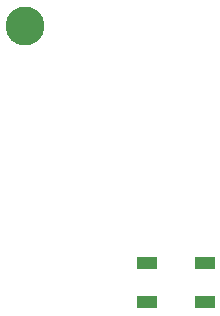
<source format=gtp>
G04 MADE WITH FRITZING*
G04 WWW.FRITZING.ORG*
G04 DOUBLE SIDED*
G04 HOLES PLATED*
G04 CONTOUR ON CENTER OF CONTOUR VECTOR*
%ASAXBY*%
%FSLAX23Y23*%
%MOIN*%
%OFA0B0*%
%SFA1.0B1.0*%
%ADD10C,0.130000*%
%ADD11R,0.067069X0.040236*%
%ADD12R,0.067069X0.040222*%
%ADD13R,0.067083X0.040236*%
%ADD14R,0.067056X0.040222*%
%LNPASTEMASK1*%
G90*
G70*
G54D10*
X1597Y1627D03*
G54D11*
X2197Y837D03*
G54D12*
X2197Y707D03*
G54D13*
X2004Y837D03*
G54D14*
X2004Y707D03*
G04 End of PasteMask1*
M02*
</source>
